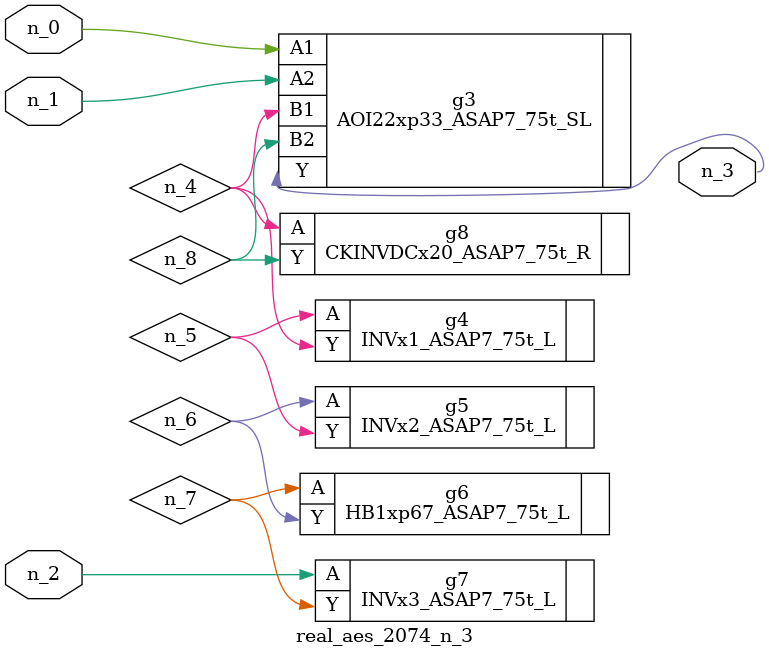
<source format=v>
module real_aes_2074_n_3 (n_0, n_2, n_1, n_3);
input n_0;
input n_2;
input n_1;
output n_3;
wire n_4;
wire n_5;
wire n_7;
wire n_8;
wire n_6;
AOI22xp33_ASAP7_75t_SL g3 ( .A1(n_0), .A2(n_1), .B1(n_4), .B2(n_8), .Y(n_3) );
INVx3_ASAP7_75t_L g7 ( .A(n_2), .Y(n_7) );
CKINVDCx20_ASAP7_75t_R g8 ( .A(n_4), .Y(n_8) );
INVx1_ASAP7_75t_L g4 ( .A(n_5), .Y(n_4) );
INVx2_ASAP7_75t_L g5 ( .A(n_6), .Y(n_5) );
HB1xp67_ASAP7_75t_L g6 ( .A(n_7), .Y(n_6) );
endmodule
</source>
